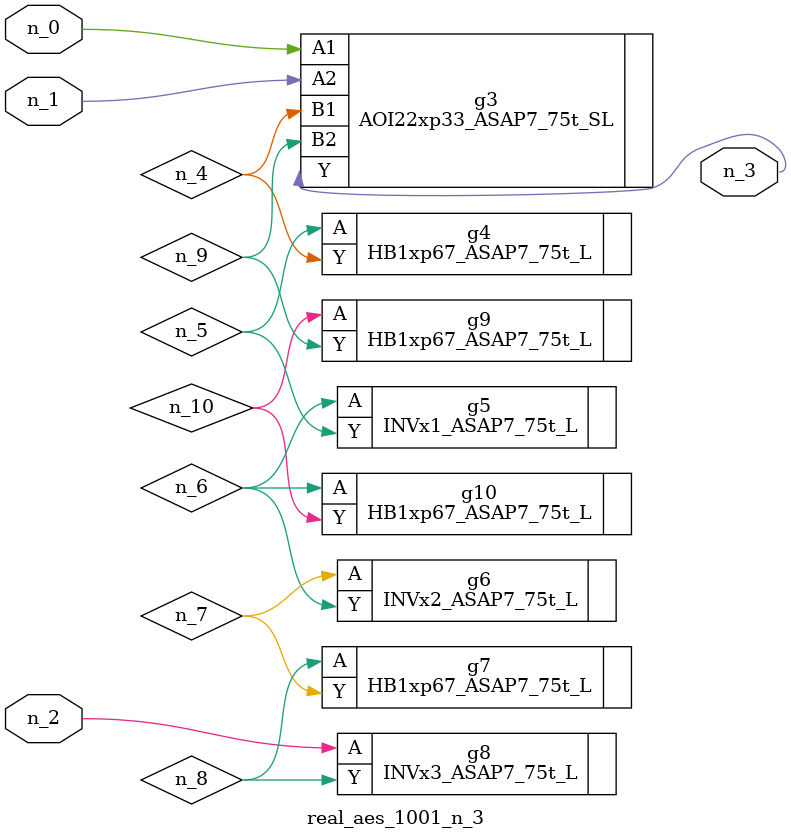
<source format=v>
module real_aes_1001_n_3 (n_0, n_2, n_1, n_3);
input n_0;
input n_2;
input n_1;
output n_3;
wire n_4;
wire n_5;
wire n_7;
wire n_9;
wire n_6;
wire n_8;
wire n_10;
AOI22xp33_ASAP7_75t_SL g3 ( .A1(n_0), .A2(n_1), .B1(n_4), .B2(n_9), .Y(n_3) );
INVx3_ASAP7_75t_L g8 ( .A(n_2), .Y(n_8) );
HB1xp67_ASAP7_75t_L g4 ( .A(n_5), .Y(n_4) );
INVx1_ASAP7_75t_L g5 ( .A(n_6), .Y(n_5) );
HB1xp67_ASAP7_75t_L g10 ( .A(n_6), .Y(n_10) );
INVx2_ASAP7_75t_L g6 ( .A(n_7), .Y(n_6) );
HB1xp67_ASAP7_75t_L g7 ( .A(n_8), .Y(n_7) );
HB1xp67_ASAP7_75t_L g9 ( .A(n_10), .Y(n_9) );
endmodule
</source>
